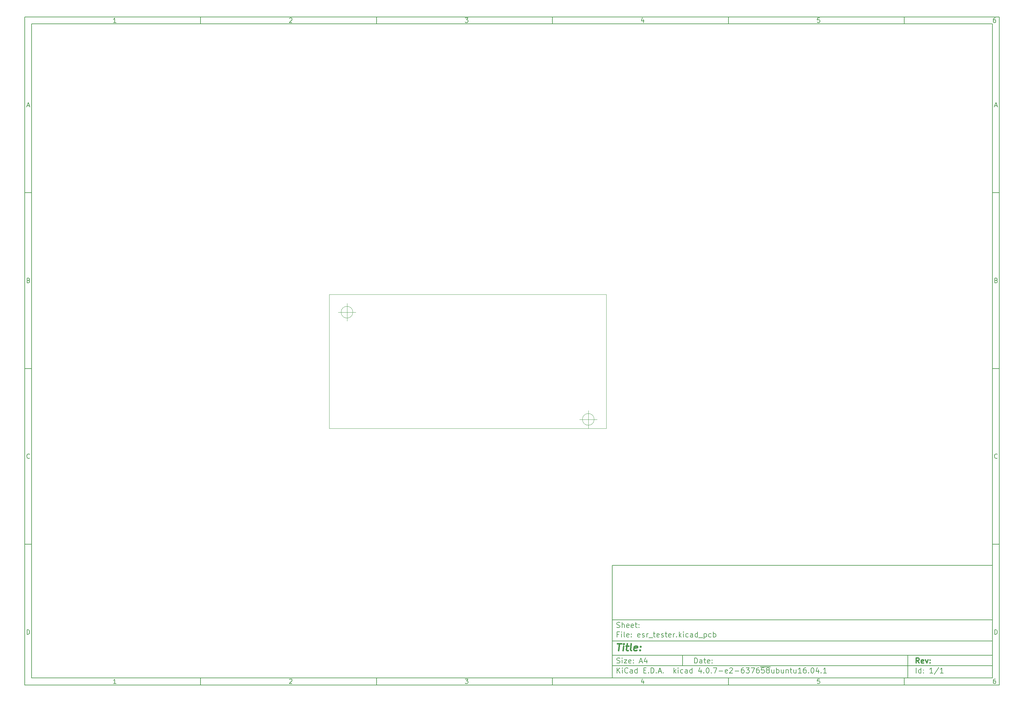
<source format=gbr>
G04 #@! TF.FileFunction,Profile,NP*
%FSLAX46Y46*%
G04 Gerber Fmt 4.6, Leading zero omitted, Abs format (unit mm)*
G04 Created by KiCad (PCBNEW 4.0.7-e2-6376~58~ubuntu16.04.1) date Mon Dec 11 22:35:03 2017*
%MOMM*%
%LPD*%
G01*
G04 APERTURE LIST*
%ADD10C,0.100000*%
%ADD11C,0.150000*%
%ADD12C,0.300000*%
%ADD13C,0.400000*%
G04 APERTURE END LIST*
D10*
D11*
X177002200Y-166007200D02*
X177002200Y-198007200D01*
X285002200Y-198007200D01*
X285002200Y-166007200D01*
X177002200Y-166007200D01*
D10*
D11*
X10000000Y-10000000D02*
X10000000Y-200007200D01*
X287002200Y-200007200D01*
X287002200Y-10000000D01*
X10000000Y-10000000D01*
D10*
D11*
X12000000Y-12000000D02*
X12000000Y-198007200D01*
X285002200Y-198007200D01*
X285002200Y-12000000D01*
X12000000Y-12000000D01*
D10*
D11*
X60000000Y-12000000D02*
X60000000Y-10000000D01*
D10*
D11*
X110000000Y-12000000D02*
X110000000Y-10000000D01*
D10*
D11*
X160000000Y-12000000D02*
X160000000Y-10000000D01*
D10*
D11*
X210000000Y-12000000D02*
X210000000Y-10000000D01*
D10*
D11*
X260000000Y-12000000D02*
X260000000Y-10000000D01*
D10*
D11*
X35990476Y-11588095D02*
X35247619Y-11588095D01*
X35619048Y-11588095D02*
X35619048Y-10288095D01*
X35495238Y-10473810D01*
X35371429Y-10597619D01*
X35247619Y-10659524D01*
D10*
D11*
X85247619Y-10411905D02*
X85309524Y-10350000D01*
X85433333Y-10288095D01*
X85742857Y-10288095D01*
X85866667Y-10350000D01*
X85928571Y-10411905D01*
X85990476Y-10535714D01*
X85990476Y-10659524D01*
X85928571Y-10845238D01*
X85185714Y-11588095D01*
X85990476Y-11588095D01*
D10*
D11*
X135185714Y-10288095D02*
X135990476Y-10288095D01*
X135557143Y-10783333D01*
X135742857Y-10783333D01*
X135866667Y-10845238D01*
X135928571Y-10907143D01*
X135990476Y-11030952D01*
X135990476Y-11340476D01*
X135928571Y-11464286D01*
X135866667Y-11526190D01*
X135742857Y-11588095D01*
X135371429Y-11588095D01*
X135247619Y-11526190D01*
X135185714Y-11464286D01*
D10*
D11*
X185866667Y-10721429D02*
X185866667Y-11588095D01*
X185557143Y-10226190D02*
X185247619Y-11154762D01*
X186052381Y-11154762D01*
D10*
D11*
X235928571Y-10288095D02*
X235309524Y-10288095D01*
X235247619Y-10907143D01*
X235309524Y-10845238D01*
X235433333Y-10783333D01*
X235742857Y-10783333D01*
X235866667Y-10845238D01*
X235928571Y-10907143D01*
X235990476Y-11030952D01*
X235990476Y-11340476D01*
X235928571Y-11464286D01*
X235866667Y-11526190D01*
X235742857Y-11588095D01*
X235433333Y-11588095D01*
X235309524Y-11526190D01*
X235247619Y-11464286D01*
D10*
D11*
X285866667Y-10288095D02*
X285619048Y-10288095D01*
X285495238Y-10350000D01*
X285433333Y-10411905D01*
X285309524Y-10597619D01*
X285247619Y-10845238D01*
X285247619Y-11340476D01*
X285309524Y-11464286D01*
X285371429Y-11526190D01*
X285495238Y-11588095D01*
X285742857Y-11588095D01*
X285866667Y-11526190D01*
X285928571Y-11464286D01*
X285990476Y-11340476D01*
X285990476Y-11030952D01*
X285928571Y-10907143D01*
X285866667Y-10845238D01*
X285742857Y-10783333D01*
X285495238Y-10783333D01*
X285371429Y-10845238D01*
X285309524Y-10907143D01*
X285247619Y-11030952D01*
D10*
D11*
X60000000Y-198007200D02*
X60000000Y-200007200D01*
D10*
D11*
X110000000Y-198007200D02*
X110000000Y-200007200D01*
D10*
D11*
X160000000Y-198007200D02*
X160000000Y-200007200D01*
D10*
D11*
X210000000Y-198007200D02*
X210000000Y-200007200D01*
D10*
D11*
X260000000Y-198007200D02*
X260000000Y-200007200D01*
D10*
D11*
X35990476Y-199595295D02*
X35247619Y-199595295D01*
X35619048Y-199595295D02*
X35619048Y-198295295D01*
X35495238Y-198481010D01*
X35371429Y-198604819D01*
X35247619Y-198666724D01*
D10*
D11*
X85247619Y-198419105D02*
X85309524Y-198357200D01*
X85433333Y-198295295D01*
X85742857Y-198295295D01*
X85866667Y-198357200D01*
X85928571Y-198419105D01*
X85990476Y-198542914D01*
X85990476Y-198666724D01*
X85928571Y-198852438D01*
X85185714Y-199595295D01*
X85990476Y-199595295D01*
D10*
D11*
X135185714Y-198295295D02*
X135990476Y-198295295D01*
X135557143Y-198790533D01*
X135742857Y-198790533D01*
X135866667Y-198852438D01*
X135928571Y-198914343D01*
X135990476Y-199038152D01*
X135990476Y-199347676D01*
X135928571Y-199471486D01*
X135866667Y-199533390D01*
X135742857Y-199595295D01*
X135371429Y-199595295D01*
X135247619Y-199533390D01*
X135185714Y-199471486D01*
D10*
D11*
X185866667Y-198728629D02*
X185866667Y-199595295D01*
X185557143Y-198233390D02*
X185247619Y-199161962D01*
X186052381Y-199161962D01*
D10*
D11*
X235928571Y-198295295D02*
X235309524Y-198295295D01*
X235247619Y-198914343D01*
X235309524Y-198852438D01*
X235433333Y-198790533D01*
X235742857Y-198790533D01*
X235866667Y-198852438D01*
X235928571Y-198914343D01*
X235990476Y-199038152D01*
X235990476Y-199347676D01*
X235928571Y-199471486D01*
X235866667Y-199533390D01*
X235742857Y-199595295D01*
X235433333Y-199595295D01*
X235309524Y-199533390D01*
X235247619Y-199471486D01*
D10*
D11*
X285866667Y-198295295D02*
X285619048Y-198295295D01*
X285495238Y-198357200D01*
X285433333Y-198419105D01*
X285309524Y-198604819D01*
X285247619Y-198852438D01*
X285247619Y-199347676D01*
X285309524Y-199471486D01*
X285371429Y-199533390D01*
X285495238Y-199595295D01*
X285742857Y-199595295D01*
X285866667Y-199533390D01*
X285928571Y-199471486D01*
X285990476Y-199347676D01*
X285990476Y-199038152D01*
X285928571Y-198914343D01*
X285866667Y-198852438D01*
X285742857Y-198790533D01*
X285495238Y-198790533D01*
X285371429Y-198852438D01*
X285309524Y-198914343D01*
X285247619Y-199038152D01*
D10*
D11*
X10000000Y-60000000D02*
X12000000Y-60000000D01*
D10*
D11*
X10000000Y-110000000D02*
X12000000Y-110000000D01*
D10*
D11*
X10000000Y-160000000D02*
X12000000Y-160000000D01*
D10*
D11*
X10690476Y-35216667D02*
X11309524Y-35216667D01*
X10566667Y-35588095D02*
X11000000Y-34288095D01*
X11433333Y-35588095D01*
D10*
D11*
X11092857Y-84907143D02*
X11278571Y-84969048D01*
X11340476Y-85030952D01*
X11402381Y-85154762D01*
X11402381Y-85340476D01*
X11340476Y-85464286D01*
X11278571Y-85526190D01*
X11154762Y-85588095D01*
X10659524Y-85588095D01*
X10659524Y-84288095D01*
X11092857Y-84288095D01*
X11216667Y-84350000D01*
X11278571Y-84411905D01*
X11340476Y-84535714D01*
X11340476Y-84659524D01*
X11278571Y-84783333D01*
X11216667Y-84845238D01*
X11092857Y-84907143D01*
X10659524Y-84907143D01*
D10*
D11*
X11402381Y-135464286D02*
X11340476Y-135526190D01*
X11154762Y-135588095D01*
X11030952Y-135588095D01*
X10845238Y-135526190D01*
X10721429Y-135402381D01*
X10659524Y-135278571D01*
X10597619Y-135030952D01*
X10597619Y-134845238D01*
X10659524Y-134597619D01*
X10721429Y-134473810D01*
X10845238Y-134350000D01*
X11030952Y-134288095D01*
X11154762Y-134288095D01*
X11340476Y-134350000D01*
X11402381Y-134411905D01*
D10*
D11*
X10659524Y-185588095D02*
X10659524Y-184288095D01*
X10969048Y-184288095D01*
X11154762Y-184350000D01*
X11278571Y-184473810D01*
X11340476Y-184597619D01*
X11402381Y-184845238D01*
X11402381Y-185030952D01*
X11340476Y-185278571D01*
X11278571Y-185402381D01*
X11154762Y-185526190D01*
X10969048Y-185588095D01*
X10659524Y-185588095D01*
D10*
D11*
X287002200Y-60000000D02*
X285002200Y-60000000D01*
D10*
D11*
X287002200Y-110000000D02*
X285002200Y-110000000D01*
D10*
D11*
X287002200Y-160000000D02*
X285002200Y-160000000D01*
D10*
D11*
X285692676Y-35216667D02*
X286311724Y-35216667D01*
X285568867Y-35588095D02*
X286002200Y-34288095D01*
X286435533Y-35588095D01*
D10*
D11*
X286095057Y-84907143D02*
X286280771Y-84969048D01*
X286342676Y-85030952D01*
X286404581Y-85154762D01*
X286404581Y-85340476D01*
X286342676Y-85464286D01*
X286280771Y-85526190D01*
X286156962Y-85588095D01*
X285661724Y-85588095D01*
X285661724Y-84288095D01*
X286095057Y-84288095D01*
X286218867Y-84350000D01*
X286280771Y-84411905D01*
X286342676Y-84535714D01*
X286342676Y-84659524D01*
X286280771Y-84783333D01*
X286218867Y-84845238D01*
X286095057Y-84907143D01*
X285661724Y-84907143D01*
D10*
D11*
X286404581Y-135464286D02*
X286342676Y-135526190D01*
X286156962Y-135588095D01*
X286033152Y-135588095D01*
X285847438Y-135526190D01*
X285723629Y-135402381D01*
X285661724Y-135278571D01*
X285599819Y-135030952D01*
X285599819Y-134845238D01*
X285661724Y-134597619D01*
X285723629Y-134473810D01*
X285847438Y-134350000D01*
X286033152Y-134288095D01*
X286156962Y-134288095D01*
X286342676Y-134350000D01*
X286404581Y-134411905D01*
D10*
D11*
X285661724Y-185588095D02*
X285661724Y-184288095D01*
X285971248Y-184288095D01*
X286156962Y-184350000D01*
X286280771Y-184473810D01*
X286342676Y-184597619D01*
X286404581Y-184845238D01*
X286404581Y-185030952D01*
X286342676Y-185278571D01*
X286280771Y-185402381D01*
X286156962Y-185526190D01*
X285971248Y-185588095D01*
X285661724Y-185588095D01*
D10*
D11*
X200359343Y-193785771D02*
X200359343Y-192285771D01*
X200716486Y-192285771D01*
X200930771Y-192357200D01*
X201073629Y-192500057D01*
X201145057Y-192642914D01*
X201216486Y-192928629D01*
X201216486Y-193142914D01*
X201145057Y-193428629D01*
X201073629Y-193571486D01*
X200930771Y-193714343D01*
X200716486Y-193785771D01*
X200359343Y-193785771D01*
X202502200Y-193785771D02*
X202502200Y-193000057D01*
X202430771Y-192857200D01*
X202287914Y-192785771D01*
X202002200Y-192785771D01*
X201859343Y-192857200D01*
X202502200Y-193714343D02*
X202359343Y-193785771D01*
X202002200Y-193785771D01*
X201859343Y-193714343D01*
X201787914Y-193571486D01*
X201787914Y-193428629D01*
X201859343Y-193285771D01*
X202002200Y-193214343D01*
X202359343Y-193214343D01*
X202502200Y-193142914D01*
X203002200Y-192785771D02*
X203573629Y-192785771D01*
X203216486Y-192285771D02*
X203216486Y-193571486D01*
X203287914Y-193714343D01*
X203430772Y-193785771D01*
X203573629Y-193785771D01*
X204645057Y-193714343D02*
X204502200Y-193785771D01*
X204216486Y-193785771D01*
X204073629Y-193714343D01*
X204002200Y-193571486D01*
X204002200Y-193000057D01*
X204073629Y-192857200D01*
X204216486Y-192785771D01*
X204502200Y-192785771D01*
X204645057Y-192857200D01*
X204716486Y-193000057D01*
X204716486Y-193142914D01*
X204002200Y-193285771D01*
X205359343Y-193642914D02*
X205430771Y-193714343D01*
X205359343Y-193785771D01*
X205287914Y-193714343D01*
X205359343Y-193642914D01*
X205359343Y-193785771D01*
X205359343Y-192857200D02*
X205430771Y-192928629D01*
X205359343Y-193000057D01*
X205287914Y-192928629D01*
X205359343Y-192857200D01*
X205359343Y-193000057D01*
D10*
D11*
X177002200Y-194507200D02*
X285002200Y-194507200D01*
D10*
D11*
X178359343Y-196585771D02*
X178359343Y-195085771D01*
X179216486Y-196585771D02*
X178573629Y-195728629D01*
X179216486Y-195085771D02*
X178359343Y-195942914D01*
X179859343Y-196585771D02*
X179859343Y-195585771D01*
X179859343Y-195085771D02*
X179787914Y-195157200D01*
X179859343Y-195228629D01*
X179930771Y-195157200D01*
X179859343Y-195085771D01*
X179859343Y-195228629D01*
X181430772Y-196442914D02*
X181359343Y-196514343D01*
X181145057Y-196585771D01*
X181002200Y-196585771D01*
X180787915Y-196514343D01*
X180645057Y-196371486D01*
X180573629Y-196228629D01*
X180502200Y-195942914D01*
X180502200Y-195728629D01*
X180573629Y-195442914D01*
X180645057Y-195300057D01*
X180787915Y-195157200D01*
X181002200Y-195085771D01*
X181145057Y-195085771D01*
X181359343Y-195157200D01*
X181430772Y-195228629D01*
X182716486Y-196585771D02*
X182716486Y-195800057D01*
X182645057Y-195657200D01*
X182502200Y-195585771D01*
X182216486Y-195585771D01*
X182073629Y-195657200D01*
X182716486Y-196514343D02*
X182573629Y-196585771D01*
X182216486Y-196585771D01*
X182073629Y-196514343D01*
X182002200Y-196371486D01*
X182002200Y-196228629D01*
X182073629Y-196085771D01*
X182216486Y-196014343D01*
X182573629Y-196014343D01*
X182716486Y-195942914D01*
X184073629Y-196585771D02*
X184073629Y-195085771D01*
X184073629Y-196514343D02*
X183930772Y-196585771D01*
X183645058Y-196585771D01*
X183502200Y-196514343D01*
X183430772Y-196442914D01*
X183359343Y-196300057D01*
X183359343Y-195871486D01*
X183430772Y-195728629D01*
X183502200Y-195657200D01*
X183645058Y-195585771D01*
X183930772Y-195585771D01*
X184073629Y-195657200D01*
X185930772Y-195800057D02*
X186430772Y-195800057D01*
X186645058Y-196585771D02*
X185930772Y-196585771D01*
X185930772Y-195085771D01*
X186645058Y-195085771D01*
X187287915Y-196442914D02*
X187359343Y-196514343D01*
X187287915Y-196585771D01*
X187216486Y-196514343D01*
X187287915Y-196442914D01*
X187287915Y-196585771D01*
X188002201Y-196585771D02*
X188002201Y-195085771D01*
X188359344Y-195085771D01*
X188573629Y-195157200D01*
X188716487Y-195300057D01*
X188787915Y-195442914D01*
X188859344Y-195728629D01*
X188859344Y-195942914D01*
X188787915Y-196228629D01*
X188716487Y-196371486D01*
X188573629Y-196514343D01*
X188359344Y-196585771D01*
X188002201Y-196585771D01*
X189502201Y-196442914D02*
X189573629Y-196514343D01*
X189502201Y-196585771D01*
X189430772Y-196514343D01*
X189502201Y-196442914D01*
X189502201Y-196585771D01*
X190145058Y-196157200D02*
X190859344Y-196157200D01*
X190002201Y-196585771D02*
X190502201Y-195085771D01*
X191002201Y-196585771D01*
X191502201Y-196442914D02*
X191573629Y-196514343D01*
X191502201Y-196585771D01*
X191430772Y-196514343D01*
X191502201Y-196442914D01*
X191502201Y-196585771D01*
X194502201Y-196585771D02*
X194502201Y-195085771D01*
X194645058Y-196014343D02*
X195073629Y-196585771D01*
X195073629Y-195585771D02*
X194502201Y-196157200D01*
X195716487Y-196585771D02*
X195716487Y-195585771D01*
X195716487Y-195085771D02*
X195645058Y-195157200D01*
X195716487Y-195228629D01*
X195787915Y-195157200D01*
X195716487Y-195085771D01*
X195716487Y-195228629D01*
X197073630Y-196514343D02*
X196930773Y-196585771D01*
X196645059Y-196585771D01*
X196502201Y-196514343D01*
X196430773Y-196442914D01*
X196359344Y-196300057D01*
X196359344Y-195871486D01*
X196430773Y-195728629D01*
X196502201Y-195657200D01*
X196645059Y-195585771D01*
X196930773Y-195585771D01*
X197073630Y-195657200D01*
X198359344Y-196585771D02*
X198359344Y-195800057D01*
X198287915Y-195657200D01*
X198145058Y-195585771D01*
X197859344Y-195585771D01*
X197716487Y-195657200D01*
X198359344Y-196514343D02*
X198216487Y-196585771D01*
X197859344Y-196585771D01*
X197716487Y-196514343D01*
X197645058Y-196371486D01*
X197645058Y-196228629D01*
X197716487Y-196085771D01*
X197859344Y-196014343D01*
X198216487Y-196014343D01*
X198359344Y-195942914D01*
X199716487Y-196585771D02*
X199716487Y-195085771D01*
X199716487Y-196514343D02*
X199573630Y-196585771D01*
X199287916Y-196585771D01*
X199145058Y-196514343D01*
X199073630Y-196442914D01*
X199002201Y-196300057D01*
X199002201Y-195871486D01*
X199073630Y-195728629D01*
X199145058Y-195657200D01*
X199287916Y-195585771D01*
X199573630Y-195585771D01*
X199716487Y-195657200D01*
X202216487Y-195585771D02*
X202216487Y-196585771D01*
X201859344Y-195014343D02*
X201502201Y-196085771D01*
X202430773Y-196085771D01*
X203002201Y-196442914D02*
X203073629Y-196514343D01*
X203002201Y-196585771D01*
X202930772Y-196514343D01*
X203002201Y-196442914D01*
X203002201Y-196585771D01*
X204002201Y-195085771D02*
X204145058Y-195085771D01*
X204287915Y-195157200D01*
X204359344Y-195228629D01*
X204430773Y-195371486D01*
X204502201Y-195657200D01*
X204502201Y-196014343D01*
X204430773Y-196300057D01*
X204359344Y-196442914D01*
X204287915Y-196514343D01*
X204145058Y-196585771D01*
X204002201Y-196585771D01*
X203859344Y-196514343D01*
X203787915Y-196442914D01*
X203716487Y-196300057D01*
X203645058Y-196014343D01*
X203645058Y-195657200D01*
X203716487Y-195371486D01*
X203787915Y-195228629D01*
X203859344Y-195157200D01*
X204002201Y-195085771D01*
X205145058Y-196442914D02*
X205216486Y-196514343D01*
X205145058Y-196585771D01*
X205073629Y-196514343D01*
X205145058Y-196442914D01*
X205145058Y-196585771D01*
X205716487Y-195085771D02*
X206716487Y-195085771D01*
X206073630Y-196585771D01*
X207287915Y-196014343D02*
X208430772Y-196014343D01*
X209716486Y-196514343D02*
X209573629Y-196585771D01*
X209287915Y-196585771D01*
X209145058Y-196514343D01*
X209073629Y-196371486D01*
X209073629Y-195800057D01*
X209145058Y-195657200D01*
X209287915Y-195585771D01*
X209573629Y-195585771D01*
X209716486Y-195657200D01*
X209787915Y-195800057D01*
X209787915Y-195942914D01*
X209073629Y-196085771D01*
X210359343Y-195228629D02*
X210430772Y-195157200D01*
X210573629Y-195085771D01*
X210930772Y-195085771D01*
X211073629Y-195157200D01*
X211145058Y-195228629D01*
X211216486Y-195371486D01*
X211216486Y-195514343D01*
X211145058Y-195728629D01*
X210287915Y-196585771D01*
X211216486Y-196585771D01*
X211859343Y-196014343D02*
X213002200Y-196014343D01*
X214359343Y-195085771D02*
X214073629Y-195085771D01*
X213930772Y-195157200D01*
X213859343Y-195228629D01*
X213716486Y-195442914D01*
X213645057Y-195728629D01*
X213645057Y-196300057D01*
X213716486Y-196442914D01*
X213787914Y-196514343D01*
X213930772Y-196585771D01*
X214216486Y-196585771D01*
X214359343Y-196514343D01*
X214430772Y-196442914D01*
X214502200Y-196300057D01*
X214502200Y-195942914D01*
X214430772Y-195800057D01*
X214359343Y-195728629D01*
X214216486Y-195657200D01*
X213930772Y-195657200D01*
X213787914Y-195728629D01*
X213716486Y-195800057D01*
X213645057Y-195942914D01*
X215002200Y-195085771D02*
X215930771Y-195085771D01*
X215430771Y-195657200D01*
X215645057Y-195657200D01*
X215787914Y-195728629D01*
X215859343Y-195800057D01*
X215930771Y-195942914D01*
X215930771Y-196300057D01*
X215859343Y-196442914D01*
X215787914Y-196514343D01*
X215645057Y-196585771D01*
X215216485Y-196585771D01*
X215073628Y-196514343D01*
X215002200Y-196442914D01*
X216430771Y-195085771D02*
X217430771Y-195085771D01*
X216787914Y-196585771D01*
X218645056Y-195085771D02*
X218359342Y-195085771D01*
X218216485Y-195157200D01*
X218145056Y-195228629D01*
X218002199Y-195442914D01*
X217930770Y-195728629D01*
X217930770Y-196300057D01*
X218002199Y-196442914D01*
X218073627Y-196514343D01*
X218216485Y-196585771D01*
X218502199Y-196585771D01*
X218645056Y-196514343D01*
X218716485Y-196442914D01*
X218787913Y-196300057D01*
X218787913Y-195942914D01*
X218716485Y-195800057D01*
X218645056Y-195728629D01*
X218502199Y-195657200D01*
X218216485Y-195657200D01*
X218073627Y-195728629D01*
X218002199Y-195800057D01*
X217930770Y-195942914D01*
X220145056Y-195085771D02*
X219430770Y-195085771D01*
X219359341Y-195800057D01*
X219430770Y-195728629D01*
X219573627Y-195657200D01*
X219930770Y-195657200D01*
X220073627Y-195728629D01*
X220145056Y-195800057D01*
X220216484Y-195942914D01*
X220216484Y-196300057D01*
X220145056Y-196442914D01*
X220073627Y-196514343D01*
X219930770Y-196585771D01*
X219573627Y-196585771D01*
X219430770Y-196514343D01*
X219359341Y-196442914D01*
X221073627Y-195728629D02*
X220930769Y-195657200D01*
X220859341Y-195585771D01*
X220787912Y-195442914D01*
X220787912Y-195371486D01*
X220859341Y-195228629D01*
X220930769Y-195157200D01*
X221073627Y-195085771D01*
X221359341Y-195085771D01*
X221502198Y-195157200D01*
X221573627Y-195228629D01*
X221645055Y-195371486D01*
X221645055Y-195442914D01*
X221573627Y-195585771D01*
X221502198Y-195657200D01*
X221359341Y-195728629D01*
X221073627Y-195728629D01*
X220930769Y-195800057D01*
X220859341Y-195871486D01*
X220787912Y-196014343D01*
X220787912Y-196300057D01*
X220859341Y-196442914D01*
X220930769Y-196514343D01*
X221073627Y-196585771D01*
X221359341Y-196585771D01*
X221502198Y-196514343D01*
X221573627Y-196442914D01*
X221645055Y-196300057D01*
X221645055Y-196014343D01*
X221573627Y-195871486D01*
X221502198Y-195800057D01*
X221359341Y-195728629D01*
X219073627Y-194827200D02*
X221930769Y-194827200D01*
X222930769Y-195585771D02*
X222930769Y-196585771D01*
X222287912Y-195585771D02*
X222287912Y-196371486D01*
X222359340Y-196514343D01*
X222502198Y-196585771D01*
X222716483Y-196585771D01*
X222859340Y-196514343D01*
X222930769Y-196442914D01*
X223645055Y-196585771D02*
X223645055Y-195085771D01*
X223645055Y-195657200D02*
X223787912Y-195585771D01*
X224073626Y-195585771D01*
X224216483Y-195657200D01*
X224287912Y-195728629D01*
X224359341Y-195871486D01*
X224359341Y-196300057D01*
X224287912Y-196442914D01*
X224216483Y-196514343D01*
X224073626Y-196585771D01*
X223787912Y-196585771D01*
X223645055Y-196514343D01*
X225645055Y-195585771D02*
X225645055Y-196585771D01*
X225002198Y-195585771D02*
X225002198Y-196371486D01*
X225073626Y-196514343D01*
X225216484Y-196585771D01*
X225430769Y-196585771D01*
X225573626Y-196514343D01*
X225645055Y-196442914D01*
X226359341Y-195585771D02*
X226359341Y-196585771D01*
X226359341Y-195728629D02*
X226430769Y-195657200D01*
X226573627Y-195585771D01*
X226787912Y-195585771D01*
X226930769Y-195657200D01*
X227002198Y-195800057D01*
X227002198Y-196585771D01*
X227502198Y-195585771D02*
X228073627Y-195585771D01*
X227716484Y-195085771D02*
X227716484Y-196371486D01*
X227787912Y-196514343D01*
X227930770Y-196585771D01*
X228073627Y-196585771D01*
X229216484Y-195585771D02*
X229216484Y-196585771D01*
X228573627Y-195585771D02*
X228573627Y-196371486D01*
X228645055Y-196514343D01*
X228787913Y-196585771D01*
X229002198Y-196585771D01*
X229145055Y-196514343D01*
X229216484Y-196442914D01*
X230716484Y-196585771D02*
X229859341Y-196585771D01*
X230287913Y-196585771D02*
X230287913Y-195085771D01*
X230145056Y-195300057D01*
X230002198Y-195442914D01*
X229859341Y-195514343D01*
X232002198Y-195085771D02*
X231716484Y-195085771D01*
X231573627Y-195157200D01*
X231502198Y-195228629D01*
X231359341Y-195442914D01*
X231287912Y-195728629D01*
X231287912Y-196300057D01*
X231359341Y-196442914D01*
X231430769Y-196514343D01*
X231573627Y-196585771D01*
X231859341Y-196585771D01*
X232002198Y-196514343D01*
X232073627Y-196442914D01*
X232145055Y-196300057D01*
X232145055Y-195942914D01*
X232073627Y-195800057D01*
X232002198Y-195728629D01*
X231859341Y-195657200D01*
X231573627Y-195657200D01*
X231430769Y-195728629D01*
X231359341Y-195800057D01*
X231287912Y-195942914D01*
X232787912Y-196442914D02*
X232859340Y-196514343D01*
X232787912Y-196585771D01*
X232716483Y-196514343D01*
X232787912Y-196442914D01*
X232787912Y-196585771D01*
X233787912Y-195085771D02*
X233930769Y-195085771D01*
X234073626Y-195157200D01*
X234145055Y-195228629D01*
X234216484Y-195371486D01*
X234287912Y-195657200D01*
X234287912Y-196014343D01*
X234216484Y-196300057D01*
X234145055Y-196442914D01*
X234073626Y-196514343D01*
X233930769Y-196585771D01*
X233787912Y-196585771D01*
X233645055Y-196514343D01*
X233573626Y-196442914D01*
X233502198Y-196300057D01*
X233430769Y-196014343D01*
X233430769Y-195657200D01*
X233502198Y-195371486D01*
X233573626Y-195228629D01*
X233645055Y-195157200D01*
X233787912Y-195085771D01*
X235573626Y-195585771D02*
X235573626Y-196585771D01*
X235216483Y-195014343D02*
X234859340Y-196085771D01*
X235787912Y-196085771D01*
X236359340Y-196442914D02*
X236430768Y-196514343D01*
X236359340Y-196585771D01*
X236287911Y-196514343D01*
X236359340Y-196442914D01*
X236359340Y-196585771D01*
X237859340Y-196585771D02*
X237002197Y-196585771D01*
X237430769Y-196585771D02*
X237430769Y-195085771D01*
X237287912Y-195300057D01*
X237145054Y-195442914D01*
X237002197Y-195514343D01*
D10*
D11*
X177002200Y-191507200D02*
X285002200Y-191507200D01*
D10*
D12*
X264216486Y-193785771D02*
X263716486Y-193071486D01*
X263359343Y-193785771D02*
X263359343Y-192285771D01*
X263930771Y-192285771D01*
X264073629Y-192357200D01*
X264145057Y-192428629D01*
X264216486Y-192571486D01*
X264216486Y-192785771D01*
X264145057Y-192928629D01*
X264073629Y-193000057D01*
X263930771Y-193071486D01*
X263359343Y-193071486D01*
X265430771Y-193714343D02*
X265287914Y-193785771D01*
X265002200Y-193785771D01*
X264859343Y-193714343D01*
X264787914Y-193571486D01*
X264787914Y-193000057D01*
X264859343Y-192857200D01*
X265002200Y-192785771D01*
X265287914Y-192785771D01*
X265430771Y-192857200D01*
X265502200Y-193000057D01*
X265502200Y-193142914D01*
X264787914Y-193285771D01*
X266002200Y-192785771D02*
X266359343Y-193785771D01*
X266716485Y-192785771D01*
X267287914Y-193642914D02*
X267359342Y-193714343D01*
X267287914Y-193785771D01*
X267216485Y-193714343D01*
X267287914Y-193642914D01*
X267287914Y-193785771D01*
X267287914Y-192857200D02*
X267359342Y-192928629D01*
X267287914Y-193000057D01*
X267216485Y-192928629D01*
X267287914Y-192857200D01*
X267287914Y-193000057D01*
D10*
D11*
X178287914Y-193714343D02*
X178502200Y-193785771D01*
X178859343Y-193785771D01*
X179002200Y-193714343D01*
X179073629Y-193642914D01*
X179145057Y-193500057D01*
X179145057Y-193357200D01*
X179073629Y-193214343D01*
X179002200Y-193142914D01*
X178859343Y-193071486D01*
X178573629Y-193000057D01*
X178430771Y-192928629D01*
X178359343Y-192857200D01*
X178287914Y-192714343D01*
X178287914Y-192571486D01*
X178359343Y-192428629D01*
X178430771Y-192357200D01*
X178573629Y-192285771D01*
X178930771Y-192285771D01*
X179145057Y-192357200D01*
X179787914Y-193785771D02*
X179787914Y-192785771D01*
X179787914Y-192285771D02*
X179716485Y-192357200D01*
X179787914Y-192428629D01*
X179859342Y-192357200D01*
X179787914Y-192285771D01*
X179787914Y-192428629D01*
X180359343Y-192785771D02*
X181145057Y-192785771D01*
X180359343Y-193785771D01*
X181145057Y-193785771D01*
X182287914Y-193714343D02*
X182145057Y-193785771D01*
X181859343Y-193785771D01*
X181716486Y-193714343D01*
X181645057Y-193571486D01*
X181645057Y-193000057D01*
X181716486Y-192857200D01*
X181859343Y-192785771D01*
X182145057Y-192785771D01*
X182287914Y-192857200D01*
X182359343Y-193000057D01*
X182359343Y-193142914D01*
X181645057Y-193285771D01*
X183002200Y-193642914D02*
X183073628Y-193714343D01*
X183002200Y-193785771D01*
X182930771Y-193714343D01*
X183002200Y-193642914D01*
X183002200Y-193785771D01*
X183002200Y-192857200D02*
X183073628Y-192928629D01*
X183002200Y-193000057D01*
X182930771Y-192928629D01*
X183002200Y-192857200D01*
X183002200Y-193000057D01*
X184787914Y-193357200D02*
X185502200Y-193357200D01*
X184645057Y-193785771D02*
X185145057Y-192285771D01*
X185645057Y-193785771D01*
X186787914Y-192785771D02*
X186787914Y-193785771D01*
X186430771Y-192214343D02*
X186073628Y-193285771D01*
X187002200Y-193285771D01*
D10*
D11*
X263359343Y-196585771D02*
X263359343Y-195085771D01*
X264716486Y-196585771D02*
X264716486Y-195085771D01*
X264716486Y-196514343D02*
X264573629Y-196585771D01*
X264287915Y-196585771D01*
X264145057Y-196514343D01*
X264073629Y-196442914D01*
X264002200Y-196300057D01*
X264002200Y-195871486D01*
X264073629Y-195728629D01*
X264145057Y-195657200D01*
X264287915Y-195585771D01*
X264573629Y-195585771D01*
X264716486Y-195657200D01*
X265430772Y-196442914D02*
X265502200Y-196514343D01*
X265430772Y-196585771D01*
X265359343Y-196514343D01*
X265430772Y-196442914D01*
X265430772Y-196585771D01*
X265430772Y-195657200D02*
X265502200Y-195728629D01*
X265430772Y-195800057D01*
X265359343Y-195728629D01*
X265430772Y-195657200D01*
X265430772Y-195800057D01*
X268073629Y-196585771D02*
X267216486Y-196585771D01*
X267645058Y-196585771D02*
X267645058Y-195085771D01*
X267502201Y-195300057D01*
X267359343Y-195442914D01*
X267216486Y-195514343D01*
X269787914Y-195014343D02*
X268502200Y-196942914D01*
X271073629Y-196585771D02*
X270216486Y-196585771D01*
X270645058Y-196585771D02*
X270645058Y-195085771D01*
X270502201Y-195300057D01*
X270359343Y-195442914D01*
X270216486Y-195514343D01*
D10*
D11*
X177002200Y-187507200D02*
X285002200Y-187507200D01*
D10*
D13*
X178454581Y-188211962D02*
X179597438Y-188211962D01*
X178776010Y-190211962D02*
X179026010Y-188211962D01*
X180014105Y-190211962D02*
X180180771Y-188878629D01*
X180264105Y-188211962D02*
X180156962Y-188307200D01*
X180240295Y-188402438D01*
X180347439Y-188307200D01*
X180264105Y-188211962D01*
X180240295Y-188402438D01*
X180847438Y-188878629D02*
X181609343Y-188878629D01*
X181216486Y-188211962D02*
X181002200Y-189926248D01*
X181073630Y-190116724D01*
X181252201Y-190211962D01*
X181442677Y-190211962D01*
X182395058Y-190211962D02*
X182216487Y-190116724D01*
X182145057Y-189926248D01*
X182359343Y-188211962D01*
X183930772Y-190116724D02*
X183728391Y-190211962D01*
X183347439Y-190211962D01*
X183168867Y-190116724D01*
X183097438Y-189926248D01*
X183192676Y-189164343D01*
X183311724Y-188973867D01*
X183514105Y-188878629D01*
X183895057Y-188878629D01*
X184073629Y-188973867D01*
X184145057Y-189164343D01*
X184121248Y-189354819D01*
X183145057Y-189545295D01*
X184895057Y-190021486D02*
X184978392Y-190116724D01*
X184871248Y-190211962D01*
X184787915Y-190116724D01*
X184895057Y-190021486D01*
X184871248Y-190211962D01*
X185026010Y-188973867D02*
X185109344Y-189069105D01*
X185002200Y-189164343D01*
X184918867Y-189069105D01*
X185026010Y-188973867D01*
X185002200Y-189164343D01*
D10*
D11*
X178859343Y-185600057D02*
X178359343Y-185600057D01*
X178359343Y-186385771D02*
X178359343Y-184885771D01*
X179073629Y-184885771D01*
X179645057Y-186385771D02*
X179645057Y-185385771D01*
X179645057Y-184885771D02*
X179573628Y-184957200D01*
X179645057Y-185028629D01*
X179716485Y-184957200D01*
X179645057Y-184885771D01*
X179645057Y-185028629D01*
X180573629Y-186385771D02*
X180430771Y-186314343D01*
X180359343Y-186171486D01*
X180359343Y-184885771D01*
X181716485Y-186314343D02*
X181573628Y-186385771D01*
X181287914Y-186385771D01*
X181145057Y-186314343D01*
X181073628Y-186171486D01*
X181073628Y-185600057D01*
X181145057Y-185457200D01*
X181287914Y-185385771D01*
X181573628Y-185385771D01*
X181716485Y-185457200D01*
X181787914Y-185600057D01*
X181787914Y-185742914D01*
X181073628Y-185885771D01*
X182430771Y-186242914D02*
X182502199Y-186314343D01*
X182430771Y-186385771D01*
X182359342Y-186314343D01*
X182430771Y-186242914D01*
X182430771Y-186385771D01*
X182430771Y-185457200D02*
X182502199Y-185528629D01*
X182430771Y-185600057D01*
X182359342Y-185528629D01*
X182430771Y-185457200D01*
X182430771Y-185600057D01*
X184859342Y-186314343D02*
X184716485Y-186385771D01*
X184430771Y-186385771D01*
X184287914Y-186314343D01*
X184216485Y-186171486D01*
X184216485Y-185600057D01*
X184287914Y-185457200D01*
X184430771Y-185385771D01*
X184716485Y-185385771D01*
X184859342Y-185457200D01*
X184930771Y-185600057D01*
X184930771Y-185742914D01*
X184216485Y-185885771D01*
X185502199Y-186314343D02*
X185645056Y-186385771D01*
X185930771Y-186385771D01*
X186073628Y-186314343D01*
X186145056Y-186171486D01*
X186145056Y-186100057D01*
X186073628Y-185957200D01*
X185930771Y-185885771D01*
X185716485Y-185885771D01*
X185573628Y-185814343D01*
X185502199Y-185671486D01*
X185502199Y-185600057D01*
X185573628Y-185457200D01*
X185716485Y-185385771D01*
X185930771Y-185385771D01*
X186073628Y-185457200D01*
X186787914Y-186385771D02*
X186787914Y-185385771D01*
X186787914Y-185671486D02*
X186859342Y-185528629D01*
X186930771Y-185457200D01*
X187073628Y-185385771D01*
X187216485Y-185385771D01*
X187359342Y-186528629D02*
X188502199Y-186528629D01*
X188645056Y-185385771D02*
X189216485Y-185385771D01*
X188859342Y-184885771D02*
X188859342Y-186171486D01*
X188930770Y-186314343D01*
X189073628Y-186385771D01*
X189216485Y-186385771D01*
X190287913Y-186314343D02*
X190145056Y-186385771D01*
X189859342Y-186385771D01*
X189716485Y-186314343D01*
X189645056Y-186171486D01*
X189645056Y-185600057D01*
X189716485Y-185457200D01*
X189859342Y-185385771D01*
X190145056Y-185385771D01*
X190287913Y-185457200D01*
X190359342Y-185600057D01*
X190359342Y-185742914D01*
X189645056Y-185885771D01*
X190930770Y-186314343D02*
X191073627Y-186385771D01*
X191359342Y-186385771D01*
X191502199Y-186314343D01*
X191573627Y-186171486D01*
X191573627Y-186100057D01*
X191502199Y-185957200D01*
X191359342Y-185885771D01*
X191145056Y-185885771D01*
X191002199Y-185814343D01*
X190930770Y-185671486D01*
X190930770Y-185600057D01*
X191002199Y-185457200D01*
X191145056Y-185385771D01*
X191359342Y-185385771D01*
X191502199Y-185457200D01*
X192002199Y-185385771D02*
X192573628Y-185385771D01*
X192216485Y-184885771D02*
X192216485Y-186171486D01*
X192287913Y-186314343D01*
X192430771Y-186385771D01*
X192573628Y-186385771D01*
X193645056Y-186314343D02*
X193502199Y-186385771D01*
X193216485Y-186385771D01*
X193073628Y-186314343D01*
X193002199Y-186171486D01*
X193002199Y-185600057D01*
X193073628Y-185457200D01*
X193216485Y-185385771D01*
X193502199Y-185385771D01*
X193645056Y-185457200D01*
X193716485Y-185600057D01*
X193716485Y-185742914D01*
X193002199Y-185885771D01*
X194359342Y-186385771D02*
X194359342Y-185385771D01*
X194359342Y-185671486D02*
X194430770Y-185528629D01*
X194502199Y-185457200D01*
X194645056Y-185385771D01*
X194787913Y-185385771D01*
X195287913Y-186242914D02*
X195359341Y-186314343D01*
X195287913Y-186385771D01*
X195216484Y-186314343D01*
X195287913Y-186242914D01*
X195287913Y-186385771D01*
X196002199Y-186385771D02*
X196002199Y-184885771D01*
X196145056Y-185814343D02*
X196573627Y-186385771D01*
X196573627Y-185385771D02*
X196002199Y-185957200D01*
X197216485Y-186385771D02*
X197216485Y-185385771D01*
X197216485Y-184885771D02*
X197145056Y-184957200D01*
X197216485Y-185028629D01*
X197287913Y-184957200D01*
X197216485Y-184885771D01*
X197216485Y-185028629D01*
X198573628Y-186314343D02*
X198430771Y-186385771D01*
X198145057Y-186385771D01*
X198002199Y-186314343D01*
X197930771Y-186242914D01*
X197859342Y-186100057D01*
X197859342Y-185671486D01*
X197930771Y-185528629D01*
X198002199Y-185457200D01*
X198145057Y-185385771D01*
X198430771Y-185385771D01*
X198573628Y-185457200D01*
X199859342Y-186385771D02*
X199859342Y-185600057D01*
X199787913Y-185457200D01*
X199645056Y-185385771D01*
X199359342Y-185385771D01*
X199216485Y-185457200D01*
X199859342Y-186314343D02*
X199716485Y-186385771D01*
X199359342Y-186385771D01*
X199216485Y-186314343D01*
X199145056Y-186171486D01*
X199145056Y-186028629D01*
X199216485Y-185885771D01*
X199359342Y-185814343D01*
X199716485Y-185814343D01*
X199859342Y-185742914D01*
X201216485Y-186385771D02*
X201216485Y-184885771D01*
X201216485Y-186314343D02*
X201073628Y-186385771D01*
X200787914Y-186385771D01*
X200645056Y-186314343D01*
X200573628Y-186242914D01*
X200502199Y-186100057D01*
X200502199Y-185671486D01*
X200573628Y-185528629D01*
X200645056Y-185457200D01*
X200787914Y-185385771D01*
X201073628Y-185385771D01*
X201216485Y-185457200D01*
X201573628Y-186528629D02*
X202716485Y-186528629D01*
X203073628Y-185385771D02*
X203073628Y-186885771D01*
X203073628Y-185457200D02*
X203216485Y-185385771D01*
X203502199Y-185385771D01*
X203645056Y-185457200D01*
X203716485Y-185528629D01*
X203787914Y-185671486D01*
X203787914Y-186100057D01*
X203716485Y-186242914D01*
X203645056Y-186314343D01*
X203502199Y-186385771D01*
X203216485Y-186385771D01*
X203073628Y-186314343D01*
X205073628Y-186314343D02*
X204930771Y-186385771D01*
X204645057Y-186385771D01*
X204502199Y-186314343D01*
X204430771Y-186242914D01*
X204359342Y-186100057D01*
X204359342Y-185671486D01*
X204430771Y-185528629D01*
X204502199Y-185457200D01*
X204645057Y-185385771D01*
X204930771Y-185385771D01*
X205073628Y-185457200D01*
X205716485Y-186385771D02*
X205716485Y-184885771D01*
X205716485Y-185457200D02*
X205859342Y-185385771D01*
X206145056Y-185385771D01*
X206287913Y-185457200D01*
X206359342Y-185528629D01*
X206430771Y-185671486D01*
X206430771Y-186100057D01*
X206359342Y-186242914D01*
X206287913Y-186314343D01*
X206145056Y-186385771D01*
X205859342Y-186385771D01*
X205716485Y-186314343D01*
D10*
D11*
X177002200Y-181507200D02*
X285002200Y-181507200D01*
D10*
D11*
X178287914Y-183614343D02*
X178502200Y-183685771D01*
X178859343Y-183685771D01*
X179002200Y-183614343D01*
X179073629Y-183542914D01*
X179145057Y-183400057D01*
X179145057Y-183257200D01*
X179073629Y-183114343D01*
X179002200Y-183042914D01*
X178859343Y-182971486D01*
X178573629Y-182900057D01*
X178430771Y-182828629D01*
X178359343Y-182757200D01*
X178287914Y-182614343D01*
X178287914Y-182471486D01*
X178359343Y-182328629D01*
X178430771Y-182257200D01*
X178573629Y-182185771D01*
X178930771Y-182185771D01*
X179145057Y-182257200D01*
X179787914Y-183685771D02*
X179787914Y-182185771D01*
X180430771Y-183685771D02*
X180430771Y-182900057D01*
X180359342Y-182757200D01*
X180216485Y-182685771D01*
X180002200Y-182685771D01*
X179859342Y-182757200D01*
X179787914Y-182828629D01*
X181716485Y-183614343D02*
X181573628Y-183685771D01*
X181287914Y-183685771D01*
X181145057Y-183614343D01*
X181073628Y-183471486D01*
X181073628Y-182900057D01*
X181145057Y-182757200D01*
X181287914Y-182685771D01*
X181573628Y-182685771D01*
X181716485Y-182757200D01*
X181787914Y-182900057D01*
X181787914Y-183042914D01*
X181073628Y-183185771D01*
X183002199Y-183614343D02*
X182859342Y-183685771D01*
X182573628Y-183685771D01*
X182430771Y-183614343D01*
X182359342Y-183471486D01*
X182359342Y-182900057D01*
X182430771Y-182757200D01*
X182573628Y-182685771D01*
X182859342Y-182685771D01*
X183002199Y-182757200D01*
X183073628Y-182900057D01*
X183073628Y-183042914D01*
X182359342Y-183185771D01*
X183502199Y-182685771D02*
X184073628Y-182685771D01*
X183716485Y-182185771D02*
X183716485Y-183471486D01*
X183787913Y-183614343D01*
X183930771Y-183685771D01*
X184073628Y-183685771D01*
X184573628Y-183542914D02*
X184645056Y-183614343D01*
X184573628Y-183685771D01*
X184502199Y-183614343D01*
X184573628Y-183542914D01*
X184573628Y-183685771D01*
X184573628Y-182757200D02*
X184645056Y-182828629D01*
X184573628Y-182900057D01*
X184502199Y-182828629D01*
X184573628Y-182757200D01*
X184573628Y-182900057D01*
D10*
D11*
X197002200Y-191507200D02*
X197002200Y-194507200D01*
D10*
D11*
X261002200Y-191507200D02*
X261002200Y-198007200D01*
D10*
X171846666Y-124460000D02*
G75*
G03X171846666Y-124460000I-1666666J0D01*
G01*
X167680000Y-124460000D02*
X172680000Y-124460000D01*
X170180000Y-121960000D02*
X170180000Y-126960000D01*
X103266666Y-93980000D02*
G75*
G03X103266666Y-93980000I-1666666J0D01*
G01*
X99100000Y-93980000D02*
X104100000Y-93980000D01*
X101600000Y-91480000D02*
X101600000Y-96480000D01*
X175260000Y-127000000D02*
X175260000Y-88900000D01*
X96520000Y-127000000D02*
X175260000Y-127000000D01*
X96520000Y-88900000D02*
X96520000Y-127000000D01*
X175260000Y-88900000D02*
X96520000Y-88900000D01*
X96520000Y-88900000D02*
X175260000Y-88900000D01*
X96520000Y-127000000D02*
X96520000Y-88900000D01*
M02*

</source>
